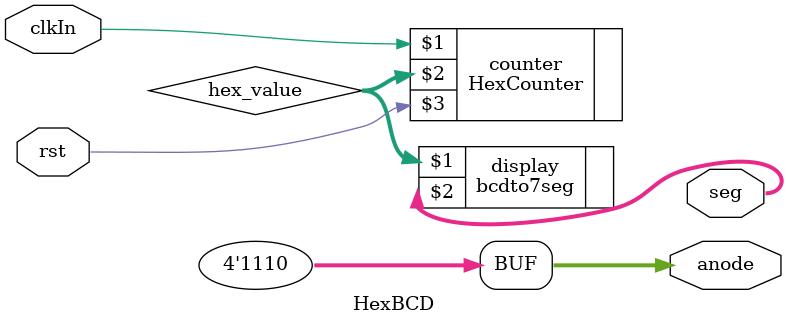
<source format=sv>
`timescale 1ns / 1ps


module HexBCD(
input  logic clkIn,
input  logic rst,
output logic [3:0] anode,
output logic [6:0] seg
);

logic [3:0] hex_value;

// Counter instance
HexCounter counter (clkIn, hex_value, rst);

// 7-seg converter
bcdto7seg display (hex_value,seg);

// Enable only rightmost digit (AN0), others off
assign anode = 4'b1110;

endmodule

</source>
